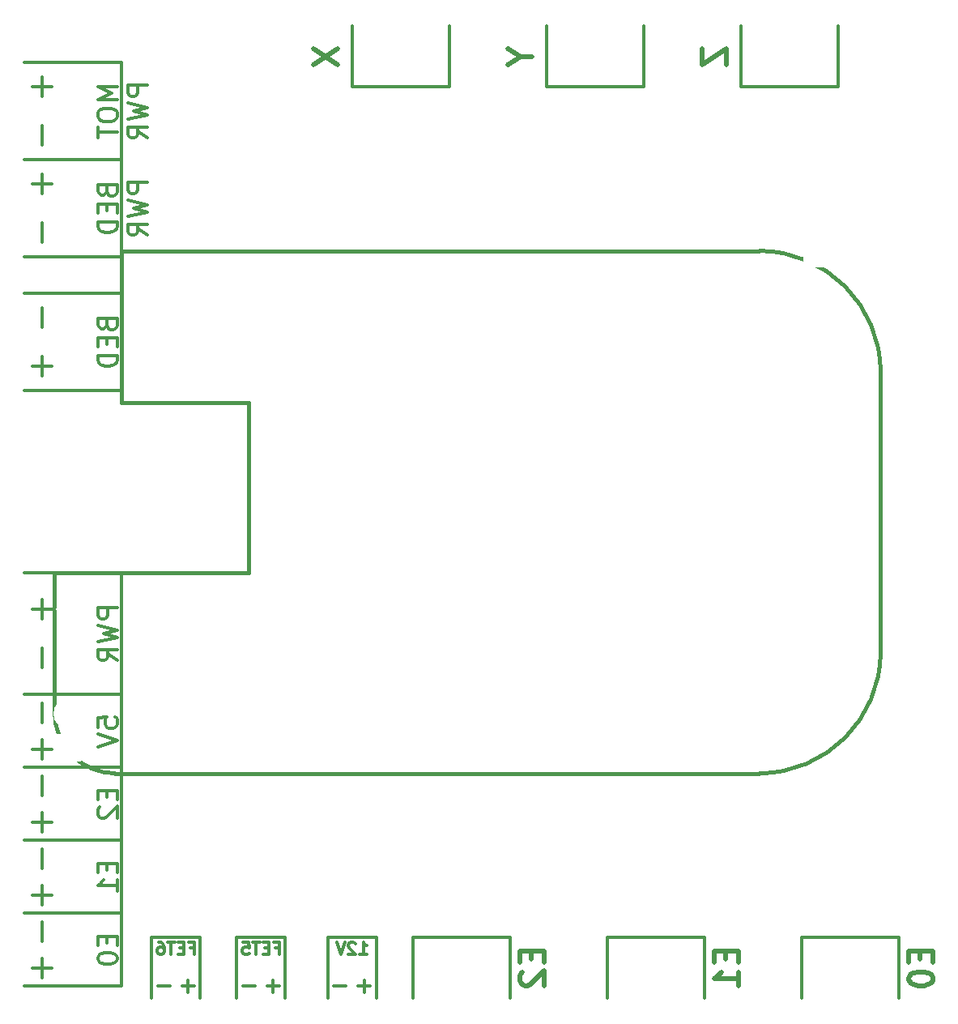
<source format=gbo>
G04 (created by PCBNEW (2013-07-07 BZR 4022)-stable) date 2/16/2014 1:34:47 PM*
%MOIN*%
G04 Gerber Fmt 3.4, Leading zero omitted, Abs format*
%FSLAX34Y34*%
G01*
G70*
G90*
G04 APERTURE LIST*
%ADD10C,0.00590551*%
%ADD11C,0.012*%
%ADD12C,0.02*%
%ADD13C,0.015*%
%ADD14C,0.2*%
%ADD15R,0.085X0.085*%
%ADD16C,0.085*%
%ADD17C,0.08*%
%ADD18R,0.08X0.08*%
%ADD19C,0.09*%
%ADD20R,0.09X0.09*%
%ADD21R,0.1381X0.1381*%
%ADD22C,0.1381*%
%ADD23R,0.085X0.08*%
%ADD24R,0.075X0.1184*%
%ADD25C,0.15*%
%ADD26C,0.169*%
%ADD27C,0.114488*%
%ADD28R,0.114488X0.114488*%
G04 APERTURE END LIST*
G54D10*
G54D11*
X24900Y37500D02*
X24900Y40000D01*
X20900Y37500D02*
X24900Y37500D01*
X20900Y40000D02*
X20900Y37500D01*
X16900Y37500D02*
X16900Y40000D01*
X12900Y37500D02*
X16900Y37500D01*
X12900Y40000D02*
X12900Y37500D01*
X32900Y37500D02*
X32900Y40000D01*
X28900Y37500D02*
X32900Y37500D01*
X28900Y40000D02*
X28900Y37500D01*
G54D12*
X11304Y39083D02*
X12304Y38416D01*
X11304Y38416D02*
X12304Y39083D01*
X19828Y38750D02*
X20304Y38750D01*
X19304Y39083D02*
X19828Y38750D01*
X19304Y38416D01*
G54D11*
X19400Y2500D02*
X19400Y0D01*
X15400Y2500D02*
X19400Y2500D01*
X15400Y0D02*
X15400Y2500D01*
X27400Y2500D02*
X27400Y0D01*
X23400Y2500D02*
X27400Y2500D01*
X23400Y0D02*
X23400Y2500D01*
X35400Y2500D02*
X35400Y0D01*
X31400Y2500D02*
X35400Y2500D01*
X31400Y0D02*
X31400Y2500D01*
G54D12*
X27304Y39083D02*
X27304Y38416D01*
X28304Y39083D01*
X28304Y38416D01*
X36280Y1940D02*
X36280Y1607D01*
X36804Y1464D02*
X36804Y1940D01*
X35804Y1940D01*
X35804Y1464D01*
X35804Y845D02*
X35804Y750D01*
X35852Y654D01*
X35900Y607D01*
X35995Y559D01*
X36185Y511D01*
X36423Y511D01*
X36614Y559D01*
X36709Y607D01*
X36757Y654D01*
X36804Y750D01*
X36804Y845D01*
X36757Y940D01*
X36709Y988D01*
X36614Y1035D01*
X36423Y1083D01*
X36185Y1083D01*
X35995Y1035D01*
X35900Y988D01*
X35852Y940D01*
X35804Y845D01*
X28280Y1940D02*
X28280Y1607D01*
X28804Y1464D02*
X28804Y1940D01*
X27804Y1940D01*
X27804Y1464D01*
X28804Y511D02*
X28804Y1083D01*
X28804Y797D02*
X27804Y797D01*
X27947Y892D01*
X28042Y988D01*
X28090Y1083D01*
X20280Y1940D02*
X20280Y1607D01*
X20804Y1464D02*
X20804Y1940D01*
X19804Y1940D01*
X19804Y1464D01*
X19900Y1083D02*
X19852Y1035D01*
X19804Y940D01*
X19804Y702D01*
X19852Y607D01*
X19900Y559D01*
X19995Y511D01*
X20090Y511D01*
X20233Y559D01*
X20804Y1130D01*
X20804Y511D01*
G54D11*
X13900Y2500D02*
X13900Y0D01*
X11900Y2500D02*
X13900Y2500D01*
X11900Y0D02*
X11900Y2500D01*
X10150Y2500D02*
X10150Y0D01*
X8150Y2500D02*
X10150Y2500D01*
X8150Y0D02*
X8150Y2500D01*
X6650Y2500D02*
X6650Y0D01*
X4650Y2500D02*
X6650Y2500D01*
X4650Y0D02*
X4650Y2500D01*
X13209Y1797D02*
X13495Y1797D01*
X13352Y1797D02*
X13352Y2297D01*
X13399Y2226D01*
X13447Y2178D01*
X13495Y2154D01*
X13019Y2250D02*
X12995Y2273D01*
X12947Y2297D01*
X12828Y2297D01*
X12780Y2273D01*
X12757Y2250D01*
X12733Y2202D01*
X12733Y2154D01*
X12757Y2083D01*
X13042Y1797D01*
X12733Y1797D01*
X12590Y2297D02*
X12423Y1797D01*
X12257Y2297D01*
X9733Y2059D02*
X9900Y2059D01*
X9900Y1797D02*
X9900Y2297D01*
X9661Y2297D01*
X9471Y2059D02*
X9304Y2059D01*
X9233Y1797D02*
X9471Y1797D01*
X9471Y2297D01*
X9233Y2297D01*
X9090Y2297D02*
X8804Y2297D01*
X8947Y1797D02*
X8947Y2297D01*
X8400Y2297D02*
X8638Y2297D01*
X8661Y2059D01*
X8638Y2083D01*
X8590Y2107D01*
X8471Y2107D01*
X8423Y2083D01*
X8400Y2059D01*
X8376Y2011D01*
X8376Y1892D01*
X8400Y1845D01*
X8423Y1821D01*
X8471Y1797D01*
X8590Y1797D01*
X8638Y1821D01*
X8661Y1845D01*
X6233Y2059D02*
X6400Y2059D01*
X6400Y1797D02*
X6400Y2297D01*
X6161Y2297D01*
X5971Y2059D02*
X5804Y2059D01*
X5733Y1797D02*
X5971Y1797D01*
X5971Y2297D01*
X5733Y2297D01*
X5590Y2297D02*
X5304Y2297D01*
X5447Y1797D02*
X5447Y2297D01*
X4923Y2297D02*
X5019Y2297D01*
X5066Y2273D01*
X5090Y2250D01*
X5138Y2178D01*
X5161Y2083D01*
X5161Y1892D01*
X5138Y1845D01*
X5114Y1821D01*
X5066Y1797D01*
X4971Y1797D01*
X4923Y1821D01*
X4900Y1845D01*
X4876Y1892D01*
X4876Y2011D01*
X4900Y2059D01*
X4923Y2083D01*
X4971Y2107D01*
X5066Y2107D01*
X5114Y2083D01*
X5138Y2059D01*
X5161Y2011D01*
X13400Y750D02*
X13400Y250D01*
X13150Y500D02*
X13650Y500D01*
X12150Y500D02*
X12650Y500D01*
X9650Y750D02*
X9650Y250D01*
X9400Y500D02*
X9900Y500D01*
X8400Y500D02*
X8900Y500D01*
X6150Y750D02*
X6150Y250D01*
X5900Y500D02*
X6400Y500D01*
X4900Y500D02*
X5400Y500D01*
X3400Y17500D02*
X3400Y12500D01*
X-600Y17500D02*
X3400Y17500D01*
X-600Y9500D02*
X3400Y9500D01*
X-600Y6500D02*
X3400Y6500D01*
X-600Y3500D02*
X3400Y3500D01*
X3400Y500D02*
X-600Y500D01*
X3400Y12500D02*
X3400Y500D01*
X-600Y12500D02*
X3400Y12500D01*
X-250Y4250D02*
X550Y4250D01*
X150Y4650D02*
X150Y3850D01*
X150Y6150D02*
X150Y5350D01*
X150Y3150D02*
X150Y2350D01*
X150Y1650D02*
X150Y850D01*
X-250Y1250D02*
X550Y1250D01*
X-250Y7250D02*
X550Y7250D01*
X150Y7650D02*
X150Y6850D01*
X150Y9150D02*
X150Y8350D01*
X150Y12150D02*
X150Y11350D01*
X150Y10650D02*
X150Y9850D01*
X-250Y10250D02*
X550Y10250D01*
X2804Y2552D02*
X2804Y2285D01*
X3223Y2171D02*
X3223Y2552D01*
X2423Y2552D01*
X2423Y2171D01*
X2423Y1676D02*
X2423Y1600D01*
X2461Y1523D01*
X2500Y1485D01*
X2576Y1447D01*
X2728Y1409D01*
X2919Y1409D01*
X3071Y1447D01*
X3147Y1485D01*
X3185Y1523D01*
X3223Y1600D01*
X3223Y1676D01*
X3185Y1752D01*
X3147Y1790D01*
X3071Y1828D01*
X2919Y1866D01*
X2728Y1866D01*
X2576Y1828D01*
X2500Y1790D01*
X2461Y1752D01*
X2423Y1676D01*
X2804Y5552D02*
X2804Y5285D01*
X3223Y5171D02*
X3223Y5552D01*
X2423Y5552D01*
X2423Y5171D01*
X3223Y4409D02*
X3223Y4866D01*
X3223Y4638D02*
X2423Y4638D01*
X2538Y4714D01*
X2614Y4790D01*
X2652Y4866D01*
X2804Y8552D02*
X2804Y8285D01*
X3223Y8171D02*
X3223Y8552D01*
X2423Y8552D01*
X2423Y8171D01*
X2500Y7866D02*
X2461Y7828D01*
X2423Y7752D01*
X2423Y7561D01*
X2461Y7485D01*
X2500Y7447D01*
X2576Y7409D01*
X2652Y7409D01*
X2766Y7447D01*
X3223Y7904D01*
X3223Y7409D01*
X2423Y11152D02*
X2423Y11533D01*
X2804Y11571D01*
X2766Y11533D01*
X2728Y11457D01*
X2728Y11266D01*
X2766Y11190D01*
X2804Y11152D01*
X2880Y11114D01*
X3071Y11114D01*
X3147Y11152D01*
X3185Y11190D01*
X3223Y11266D01*
X3223Y11457D01*
X3185Y11533D01*
X3147Y11571D01*
X2423Y10885D02*
X3223Y10619D01*
X2423Y10352D01*
X3223Y16066D02*
X2423Y16066D01*
X2423Y15761D01*
X2461Y15685D01*
X2500Y15647D01*
X2576Y15609D01*
X2690Y15609D01*
X2766Y15647D01*
X2804Y15685D01*
X2842Y15761D01*
X2842Y16066D01*
X2423Y15342D02*
X3223Y15152D01*
X2652Y15000D01*
X3223Y14847D01*
X2423Y14657D01*
X3223Y13895D02*
X2842Y14161D01*
X3223Y14352D02*
X2423Y14352D01*
X2423Y14047D01*
X2461Y13971D01*
X2500Y13933D01*
X2576Y13895D01*
X2690Y13895D01*
X2766Y13933D01*
X2804Y13971D01*
X2842Y14047D01*
X2842Y14352D01*
X3223Y37490D02*
X2423Y37490D01*
X2995Y37223D01*
X2423Y36957D01*
X3223Y36957D01*
X2423Y36423D02*
X2423Y36271D01*
X2461Y36195D01*
X2538Y36119D01*
X2690Y36080D01*
X2957Y36080D01*
X3109Y36119D01*
X3185Y36195D01*
X3223Y36271D01*
X3223Y36423D01*
X3185Y36500D01*
X3109Y36576D01*
X2957Y36614D01*
X2690Y36614D01*
X2538Y36576D01*
X2461Y36500D01*
X2423Y36423D01*
X2423Y35852D02*
X2423Y35395D01*
X3223Y35623D02*
X2423Y35623D01*
X4463Y37566D02*
X3663Y37566D01*
X3663Y37261D01*
X3701Y37185D01*
X3740Y37147D01*
X3816Y37109D01*
X3930Y37109D01*
X4006Y37147D01*
X4044Y37185D01*
X4082Y37261D01*
X4082Y37566D01*
X3663Y36842D02*
X4463Y36652D01*
X3892Y36500D01*
X4463Y36347D01*
X3663Y36157D01*
X4463Y35395D02*
X4082Y35661D01*
X4463Y35852D02*
X3663Y35852D01*
X3663Y35547D01*
X3701Y35471D01*
X3740Y35433D01*
X3816Y35395D01*
X3930Y35395D01*
X4006Y35433D01*
X4044Y35471D01*
X4082Y35547D01*
X4082Y35852D01*
X2804Y33204D02*
X2842Y33090D01*
X2880Y33052D01*
X2957Y33014D01*
X3071Y33014D01*
X3147Y33052D01*
X3185Y33090D01*
X3223Y33166D01*
X3223Y33471D01*
X2423Y33471D01*
X2423Y33204D01*
X2461Y33128D01*
X2500Y33090D01*
X2576Y33052D01*
X2652Y33052D01*
X2728Y33090D01*
X2766Y33128D01*
X2804Y33204D01*
X2804Y33471D01*
X2804Y32671D02*
X2804Y32404D01*
X3223Y32290D02*
X3223Y32671D01*
X2423Y32671D01*
X2423Y32290D01*
X3223Y31947D02*
X2423Y31947D01*
X2423Y31757D01*
X2461Y31642D01*
X2538Y31566D01*
X2614Y31528D01*
X2766Y31490D01*
X2880Y31490D01*
X3033Y31528D01*
X3109Y31566D01*
X3185Y31642D01*
X3223Y31757D01*
X3223Y31947D01*
X4463Y33566D02*
X3663Y33566D01*
X3663Y33261D01*
X3701Y33185D01*
X3740Y33147D01*
X3816Y33109D01*
X3930Y33109D01*
X4006Y33147D01*
X4044Y33185D01*
X4082Y33261D01*
X4082Y33566D01*
X3663Y32842D02*
X4463Y32652D01*
X3892Y32500D01*
X4463Y32347D01*
X3663Y32157D01*
X4463Y31395D02*
X4082Y31661D01*
X4463Y31852D02*
X3663Y31852D01*
X3663Y31547D01*
X3701Y31471D01*
X3740Y31433D01*
X3816Y31395D01*
X3930Y31395D01*
X4006Y31433D01*
X4044Y31471D01*
X4082Y31547D01*
X4082Y31852D01*
X150Y14400D02*
X150Y13600D01*
X150Y16400D02*
X150Y15600D01*
X-250Y16000D02*
X550Y16000D01*
X150Y31900D02*
X150Y31100D01*
X150Y37900D02*
X150Y37100D01*
X-250Y37500D02*
X550Y37500D01*
X150Y35900D02*
X150Y35100D01*
X150Y33900D02*
X150Y33100D01*
X-250Y33500D02*
X550Y33500D01*
X3400Y38500D02*
X-600Y38500D01*
X3400Y34500D02*
X3400Y38500D01*
X3400Y30500D02*
X-600Y30500D01*
X3400Y34500D02*
X3400Y30500D01*
X-600Y34500D02*
X3400Y34500D01*
X3400Y25000D02*
X-600Y25000D01*
X3400Y29000D02*
X3400Y25000D01*
X-600Y29000D02*
X3400Y29000D01*
X150Y28400D02*
X150Y27600D01*
X150Y26400D02*
X150Y25600D01*
X-250Y26000D02*
X550Y26000D01*
X2804Y27704D02*
X2842Y27590D01*
X2880Y27552D01*
X2957Y27514D01*
X3071Y27514D01*
X3147Y27552D01*
X3185Y27590D01*
X3223Y27666D01*
X3223Y27971D01*
X2423Y27971D01*
X2423Y27704D01*
X2461Y27628D01*
X2500Y27590D01*
X2576Y27552D01*
X2652Y27552D01*
X2728Y27590D01*
X2766Y27628D01*
X2804Y27704D01*
X2804Y27971D01*
X2804Y27171D02*
X2804Y26904D01*
X3223Y26790D02*
X3223Y27171D01*
X2423Y27171D01*
X2423Y26790D01*
X3223Y26447D02*
X2423Y26447D01*
X2423Y26257D01*
X2461Y26142D01*
X2538Y26066D01*
X2614Y26028D01*
X2766Y25990D01*
X2880Y25990D01*
X3033Y26028D01*
X3109Y26066D01*
X3185Y26142D01*
X3223Y26257D01*
X3223Y26447D01*
G54D13*
X3400Y24650D02*
X3400Y24500D01*
X3400Y24500D02*
X8650Y24500D01*
X8650Y24500D02*
X8650Y17500D01*
X8650Y17500D02*
X650Y17500D01*
X650Y17500D02*
X650Y17350D01*
X29650Y30750D02*
X3400Y30750D01*
X3400Y30750D02*
X3400Y24650D01*
X650Y17350D02*
X650Y12250D01*
X650Y11750D02*
X650Y12250D01*
X29650Y9250D02*
X3150Y9250D01*
X34650Y14250D02*
X34650Y25750D01*
X29650Y9250D02*
G75*
G03X34650Y14250I0J5000D01*
G74*
G01*
X34650Y25750D02*
G75*
G03X29650Y30750I-5000J0D01*
G74*
G01*
X650Y11750D02*
G75*
G03X3150Y9250I2500J0D01*
G74*
G01*
%LPC*%
G54D14*
X32400Y11750D03*
X6400Y10500D03*
X6400Y29500D03*
X32400Y28250D03*
G54D15*
X8400Y10000D03*
G54D16*
X8400Y11000D03*
X9400Y10000D03*
X9400Y11000D03*
X10400Y10000D03*
X10400Y11000D03*
X11400Y10000D03*
X11400Y11000D03*
X12400Y10000D03*
X12400Y11000D03*
X13400Y10000D03*
X13400Y11000D03*
X14400Y10000D03*
X14400Y11000D03*
X15400Y10000D03*
X15400Y11000D03*
X16400Y10000D03*
X16400Y11000D03*
X17400Y10000D03*
X17400Y11000D03*
X18400Y10000D03*
X18400Y11000D03*
X19400Y10000D03*
X19400Y11000D03*
X20400Y10000D03*
X20400Y11000D03*
X21400Y10000D03*
X21400Y11000D03*
X22400Y10000D03*
X22400Y11000D03*
X23400Y10000D03*
X23400Y11000D03*
X24400Y10000D03*
X24400Y11000D03*
X25400Y10000D03*
X25400Y11000D03*
X26400Y10000D03*
X26400Y11000D03*
X27400Y10000D03*
X27400Y11000D03*
X28400Y10000D03*
X28400Y11000D03*
X29400Y10000D03*
X29400Y11000D03*
X30400Y10000D03*
X30400Y11000D03*
G54D15*
X8400Y29000D03*
G54D16*
X8400Y30000D03*
X9400Y29000D03*
X9400Y30000D03*
X10400Y29000D03*
X10400Y30000D03*
X11400Y29000D03*
X11400Y30000D03*
X12400Y29000D03*
X12400Y30000D03*
X13400Y29000D03*
X13400Y30000D03*
X14400Y29000D03*
X14400Y30000D03*
X15400Y29000D03*
X15400Y30000D03*
X16400Y29000D03*
X16400Y30000D03*
X17400Y29000D03*
X17400Y30000D03*
X18400Y29000D03*
X18400Y30000D03*
X19400Y29000D03*
X19400Y30000D03*
X20400Y29000D03*
X20400Y30000D03*
X21400Y29000D03*
X21400Y30000D03*
X22400Y29000D03*
X22400Y30000D03*
X23400Y29000D03*
X23400Y30000D03*
X24400Y29000D03*
X24400Y30000D03*
X25400Y29000D03*
X25400Y30000D03*
X26400Y29000D03*
X26400Y30000D03*
X27400Y29000D03*
X27400Y30000D03*
X28400Y29000D03*
X28400Y30000D03*
X29400Y29000D03*
X29400Y30000D03*
X30400Y29000D03*
X30400Y30000D03*
G54D17*
X11400Y32000D03*
X12400Y32000D03*
X13400Y32000D03*
X14400Y32000D03*
X15400Y32000D03*
X16400Y32000D03*
X17400Y32000D03*
X18400Y32000D03*
X18400Y37000D03*
X17400Y37000D03*
X16400Y37000D03*
X15400Y37000D03*
X14400Y37000D03*
X13400Y37000D03*
X12400Y37000D03*
X11400Y37000D03*
X19400Y32000D03*
X20400Y32000D03*
X21400Y32000D03*
X22400Y32000D03*
X23400Y32000D03*
X24400Y32000D03*
X25400Y32000D03*
X26400Y32000D03*
X26400Y37000D03*
X25400Y37000D03*
X24400Y37000D03*
X23400Y37000D03*
X22400Y37000D03*
X21400Y37000D03*
X20400Y37000D03*
X19400Y37000D03*
X27400Y32000D03*
X28400Y32000D03*
X29400Y32000D03*
X30400Y32000D03*
X31400Y32000D03*
X32400Y32000D03*
X33400Y32000D03*
X34400Y32000D03*
X34400Y37000D03*
X33400Y37000D03*
X32400Y37000D03*
X31400Y37000D03*
X30400Y37000D03*
X29400Y37000D03*
X28400Y37000D03*
X27400Y37000D03*
X20900Y8000D03*
X19900Y8000D03*
X18900Y8000D03*
X17900Y8000D03*
X16900Y8000D03*
X15900Y8000D03*
X14900Y8000D03*
X13900Y8000D03*
X13900Y3000D03*
X14900Y3000D03*
X15900Y3000D03*
X16900Y3000D03*
X17900Y3000D03*
X18900Y3000D03*
X19900Y3000D03*
X20900Y3000D03*
X28900Y8000D03*
X27900Y8000D03*
X26900Y8000D03*
X25900Y8000D03*
X24900Y8000D03*
X23900Y8000D03*
X22900Y8000D03*
X21900Y8000D03*
X21900Y3000D03*
X22900Y3000D03*
X23900Y3000D03*
X24900Y3000D03*
X25900Y3000D03*
X26900Y3000D03*
X27900Y3000D03*
X28900Y3000D03*
G54D15*
X14400Y19500D03*
G54D16*
X15400Y19500D03*
X16400Y19500D03*
X17400Y19500D03*
G54D15*
X14900Y35500D03*
G54D16*
X15900Y35500D03*
X14900Y34500D03*
X15900Y34500D03*
X14900Y33500D03*
X15900Y33500D03*
G54D15*
X17400Y4500D03*
G54D16*
X16400Y4500D03*
X17400Y5500D03*
X16400Y5500D03*
X17400Y6500D03*
X16400Y6500D03*
G54D15*
X33400Y4500D03*
G54D16*
X32400Y4500D03*
X33400Y5500D03*
X32400Y5500D03*
X33400Y6500D03*
X32400Y6500D03*
G54D15*
X30900Y35500D03*
G54D16*
X31900Y35500D03*
X30900Y34500D03*
X31900Y34500D03*
X30900Y33500D03*
X31900Y33500D03*
G54D15*
X22900Y35500D03*
G54D16*
X23900Y35500D03*
X22900Y34500D03*
X23900Y34500D03*
X22900Y33500D03*
X23900Y33500D03*
G54D18*
X29400Y25000D03*
G54D16*
X28400Y25000D03*
X27400Y25000D03*
G54D18*
X29400Y24000D03*
G54D16*
X28400Y24000D03*
X27400Y24000D03*
G54D18*
X29400Y26000D03*
G54D16*
X28400Y26000D03*
X27400Y26000D03*
G54D18*
X29400Y27000D03*
G54D16*
X28400Y27000D03*
X27400Y27000D03*
G54D19*
X7400Y27000D03*
X6400Y27000D03*
G54D20*
X8400Y27000D03*
G54D19*
X6650Y6500D03*
X5650Y6500D03*
G54D20*
X7650Y6500D03*
G54D19*
X6650Y4500D03*
X5650Y4500D03*
G54D20*
X7650Y4500D03*
G54D19*
X6650Y8500D03*
X5650Y8500D03*
G54D20*
X7650Y8500D03*
G54D21*
X1400Y35500D03*
G54D22*
X1400Y37500D03*
G54D23*
X13400Y38750D03*
G54D16*
X14400Y38750D03*
X15400Y38750D03*
X16400Y38750D03*
G54D23*
X21400Y38750D03*
G54D16*
X22400Y38750D03*
X23400Y38750D03*
X24400Y38750D03*
G54D23*
X29400Y38750D03*
G54D16*
X30400Y38750D03*
X31400Y38750D03*
X32400Y38750D03*
G54D23*
X18900Y1250D03*
G54D16*
X17900Y1250D03*
X16900Y1250D03*
X15900Y1250D03*
G54D15*
X33400Y14000D03*
G54D16*
X32400Y14000D03*
X33400Y15000D03*
X32400Y15000D03*
X33400Y16000D03*
X32400Y16000D03*
X33400Y17000D03*
X32400Y17000D03*
G54D21*
X1400Y26000D03*
G54D22*
X1400Y28000D03*
G54D21*
X1400Y14000D03*
G54D22*
X1400Y16000D03*
G54D24*
X35514Y34779D03*
X37286Y34779D03*
X35514Y32220D03*
X37286Y32220D03*
G54D23*
X26900Y1250D03*
G54D16*
X25900Y1250D03*
X24900Y1250D03*
X23900Y1250D03*
G54D23*
X34900Y1250D03*
G54D16*
X33900Y1250D03*
X32900Y1250D03*
X31900Y1250D03*
G54D17*
X36900Y8000D03*
X35900Y8000D03*
X34900Y8000D03*
X33900Y8000D03*
X32900Y8000D03*
X31900Y8000D03*
X30900Y8000D03*
X29900Y8000D03*
X29900Y3000D03*
X30900Y3000D03*
X31900Y3000D03*
X32900Y3000D03*
X33900Y3000D03*
X34900Y3000D03*
X35900Y3000D03*
X36900Y3000D03*
G54D15*
X25400Y4500D03*
G54D16*
X24400Y4500D03*
X25400Y5500D03*
X24400Y5500D03*
X25400Y6500D03*
X24400Y6500D03*
G54D15*
X17400Y15000D03*
G54D16*
X18400Y15000D03*
X19400Y15000D03*
X20400Y15000D03*
X21400Y15000D03*
X22400Y15000D03*
G54D15*
X19400Y17000D03*
G54D16*
X20400Y17000D03*
X21400Y17000D03*
X22400Y17000D03*
G54D15*
X12400Y6000D03*
G54D16*
X11400Y6000D03*
X10400Y6000D03*
G54D19*
X10400Y8250D03*
G54D20*
X11400Y8250D03*
G54D19*
X12400Y8250D03*
G54D15*
X17400Y14000D03*
G54D16*
X18400Y14000D03*
X19400Y14000D03*
X20400Y14000D03*
X21400Y14000D03*
X22400Y14000D03*
G54D15*
X13400Y1250D03*
G54D16*
X12400Y1250D03*
G54D25*
X5400Y16680D03*
X8400Y15320D03*
G54D26*
X6900Y16000D03*
G54D25*
X5400Y38180D03*
X8400Y36820D03*
G54D26*
X6900Y37500D03*
G54D25*
X5400Y33430D03*
X8400Y32070D03*
G54D26*
X6900Y32750D03*
G54D15*
X9650Y1250D03*
G54D16*
X8650Y1250D03*
G54D15*
X6150Y1250D03*
G54D16*
X5150Y1250D03*
G54D18*
X20400Y21500D03*
G54D17*
X19400Y21500D03*
X20400Y22500D03*
X19400Y22500D03*
X20400Y23500D03*
X19400Y23500D03*
X20400Y24500D03*
X19400Y24500D03*
X20400Y25500D03*
X19400Y25500D03*
X20400Y26500D03*
X19400Y26500D03*
G54D15*
X33900Y29500D03*
G54D16*
X34900Y29500D03*
G54D27*
X1175Y2688D03*
G54D28*
X1175Y1311D03*
G54D27*
X1175Y5688D03*
G54D28*
X1175Y4311D03*
G54D27*
X1175Y8688D03*
G54D28*
X1175Y7311D03*
G54D18*
X21400Y19000D03*
G54D17*
X22400Y19000D03*
G54D21*
X1400Y31500D03*
G54D22*
X1400Y33500D03*
G54D15*
X27150Y15000D03*
G54D16*
X27150Y14000D03*
G54D15*
X33400Y26500D03*
G54D16*
X33400Y25500D03*
G54D15*
X33400Y19000D03*
G54D16*
X33400Y20000D03*
X33400Y21000D03*
X33400Y22000D03*
X33400Y23000D03*
X33400Y24000D03*
G54D15*
X32400Y19000D03*
G54D16*
X31400Y19000D03*
X32400Y20000D03*
X31400Y20000D03*
X32400Y21000D03*
X31400Y21000D03*
X32400Y22000D03*
X31400Y22000D03*
X32400Y23000D03*
X31400Y23000D03*
X32400Y24000D03*
X31400Y24000D03*
G54D24*
X35514Y38779D03*
X37286Y38779D03*
X35514Y36220D03*
X37286Y36220D03*
G54D15*
X33900Y30500D03*
G54D16*
X34900Y30500D03*
G54D15*
X14400Y15000D03*
G54D16*
X15400Y15000D03*
X14400Y14000D03*
X15400Y14000D03*
X14400Y13000D03*
X15400Y13000D03*
G54D15*
X17400Y12250D03*
G54D16*
X18400Y12250D03*
X19400Y12250D03*
X20400Y12250D03*
X21400Y12250D03*
X22400Y12250D03*
G54D15*
X25400Y12500D03*
G54D16*
X26400Y12500D03*
X27400Y12500D03*
X28400Y12500D03*
X29400Y12500D03*
X30400Y12500D03*
G54D15*
X31900Y30500D03*
G54D16*
X32900Y30500D03*
G54D27*
X1175Y11688D03*
G54D28*
X1175Y10311D03*
M02*

</source>
